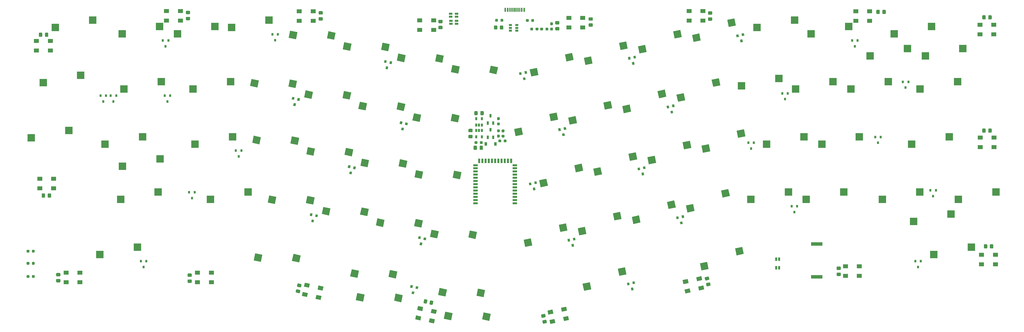
<source format=gbr>
%TF.GenerationSoftware,KiCad,Pcbnew,(5.1.10-1-10_14)*%
%TF.CreationDate,2021-06-03T00:35:35+07:00*%
%TF.ProjectId,geulis,6765756c-6973-42e6-9b69-6361645f7063,rev?*%
%TF.SameCoordinates,Original*%
%TF.FileFunction,Paste,Bot*%
%TF.FilePolarity,Positive*%
%FSLAX46Y46*%
G04 Gerber Fmt 4.6, Leading zero omitted, Abs format (unit mm)*
G04 Created by KiCad (PCBNEW (5.1.10-1-10_14)) date 2021-06-03 00:35:35*
%MOMM*%
%LPD*%
G01*
G04 APERTURE LIST*
%ADD10R,1.800000X1.400000*%
%ADD11C,0.100000*%
%ADD12R,1.143000X0.635000*%
%ADD13R,0.635000X1.143000*%
%ADD14R,2.550000X2.500000*%
%ADD15R,0.600000X1.450000*%
%ADD16R,0.300000X1.450000*%
%ADD17R,1.524000X0.700000*%
%ADD18R,0.700000X1.524000*%
%ADD19R,3.937800X1.290599*%
%ADD20R,0.900000X1.200000*%
%ADD21R,0.800000X0.900000*%
%ADD22R,0.650000X1.060000*%
%ADD23R,1.060000X0.650000*%
%ADD24R,0.650000X1.220000*%
G04 APERTURE END LIST*
D10*
%TO.C,D35*%
X73576492Y127847397D03*
X73576492Y124547397D03*
X78376492Y124547397D03*
X78376492Y127847397D03*
%TD*%
%TO.C,C21*%
G36*
G01*
X355650247Y87022405D02*
X355650247Y86072405D01*
G75*
G02*
X355400247Y85822405I-250000J0D01*
G01*
X354725247Y85822405D01*
G75*
G02*
X354475247Y86072405I0J250000D01*
G01*
X354475247Y87022405D01*
G75*
G02*
X354725247Y87272405I250000J0D01*
G01*
X355400247Y87272405D01*
G75*
G02*
X355650247Y87022405I0J-250000D01*
G01*
G37*
G36*
G01*
X357725247Y87022405D02*
X357725247Y86072405D01*
G75*
G02*
X357475247Y85822405I-250000J0D01*
G01*
X356800247Y85822405D01*
G75*
G02*
X356550247Y86072405I0J250000D01*
G01*
X356550247Y87022405D01*
G75*
G02*
X356800247Y87272405I250000J0D01*
G01*
X357475247Y87272405D01*
G75*
G02*
X357725247Y87022405I0J-250000D01*
G01*
G37*
%TD*%
%TO.C,D51*%
X28763993Y117509902D03*
X28763993Y114209902D03*
X33563993Y114209902D03*
X33563993Y117509902D03*
%TD*%
%TO.C,D50*%
X34700248Y66584901D03*
X34700248Y69884901D03*
X29900248Y69884901D03*
X29900248Y66584901D03*
%TD*%
%TO.C,D49*%
X43757465Y34178277D03*
X43757465Y37478277D03*
X38957465Y37478277D03*
X38957465Y34178277D03*
%TD*%
%TO.C,D48*%
X89001212Y34178278D03*
X89001212Y37478278D03*
X84201212Y37478278D03*
X84201212Y34178278D03*
%TD*%
D11*
%TO.C,D47*%
G36*
X125177168Y29824670D02*
G01*
X126937834Y29450429D01*
X126646758Y28081022D01*
X124886092Y28455263D01*
X125177168Y29824670D01*
G37*
G36*
X125863277Y33052557D02*
G01*
X127623943Y32678316D01*
X127332867Y31308909D01*
X125572201Y31683150D01*
X125863277Y33052557D01*
G37*
G36*
X121168168Y34050534D02*
G01*
X122928834Y33676293D01*
X122637758Y32306886D01*
X120877092Y32681127D01*
X121168168Y34050534D01*
G37*
G36*
X120482059Y30822647D02*
G01*
X122242725Y30448406D01*
X121951649Y29078999D01*
X120190983Y29453240D01*
X120482059Y30822647D01*
G37*
%TD*%
%TO.C,D46*%
G36*
X164196204Y21750048D02*
G01*
X165956870Y21375807D01*
X165665794Y20006400D01*
X163905128Y20380641D01*
X164196204Y21750048D01*
G37*
G36*
X164882313Y24977935D02*
G01*
X166642979Y24603694D01*
X166351903Y23234287D01*
X164591237Y23608528D01*
X164882313Y24977935D01*
G37*
G36*
X160187204Y25975912D02*
G01*
X161947870Y25601671D01*
X161656794Y24232264D01*
X159896128Y24606505D01*
X160187204Y25975912D01*
G37*
G36*
X159501095Y22748025D02*
G01*
X161261761Y22373784D01*
X160970685Y21004377D01*
X159210019Y21378618D01*
X159501095Y22748025D01*
G37*
%TD*%
%TO.C,D45*%
G36*
X210116233Y22155028D02*
G01*
X211876899Y22529269D01*
X212167975Y21159862D01*
X210407309Y20785621D01*
X210116233Y22155028D01*
G37*
G36*
X209430124Y25382915D02*
G01*
X211190790Y25757156D01*
X211481866Y24387749D01*
X209721200Y24013508D01*
X209430124Y25382915D01*
G37*
G36*
X204735015Y24384938D02*
G01*
X206495681Y24759179D01*
X206786757Y23389772D01*
X205026091Y23015531D01*
X204735015Y24384938D01*
G37*
G36*
X205421124Y21157051D02*
G01*
X207181790Y21531292D01*
X207472866Y20161885D01*
X205712200Y19787644D01*
X205421124Y21157051D01*
G37*
%TD*%
%TO.C,D44*%
G36*
X256666231Y32692525D02*
G01*
X258426897Y33066766D01*
X258717973Y31697359D01*
X256957307Y31323118D01*
X256666231Y32692525D01*
G37*
G36*
X255980122Y35920412D02*
G01*
X257740788Y36294653D01*
X258031864Y34925246D01*
X256271198Y34551005D01*
X255980122Y35920412D01*
G37*
G36*
X251285013Y34922435D02*
G01*
X253045679Y35296676D01*
X253336755Y33927269D01*
X251576089Y33553028D01*
X251285013Y34922435D01*
G37*
G36*
X251971122Y31694548D02*
G01*
X253731788Y32068789D01*
X254022864Y30699382D01*
X252262198Y30325141D01*
X251971122Y31694548D01*
G37*
%TD*%
D10*
%TO.C,D43*%
X312170246Y36422402D03*
X312170246Y39722402D03*
X307370246Y39722402D03*
X307370246Y36422402D03*
%TD*%
%TO.C,D42*%
X354201497Y43691147D03*
X354201497Y40391147D03*
X359001497Y40391147D03*
X359001497Y43691147D03*
%TD*%
%TO.C,D41*%
X353768995Y84172406D03*
X353768995Y80872406D03*
X358568995Y80872406D03*
X358568995Y84172406D03*
%TD*%
%TO.C,D40*%
X353662744Y123097404D03*
X353662744Y119797404D03*
X358462744Y119797404D03*
X358462744Y123097404D03*
%TD*%
%TO.C,D39*%
X310926490Y127722397D03*
X310926490Y124422397D03*
X315726490Y124422397D03*
X315726490Y127722397D03*
%TD*%
%TO.C,D38*%
X253501493Y127828647D03*
X253501493Y124528647D03*
X258301493Y124528647D03*
X258301493Y127828647D03*
%TD*%
%TO.C,D37*%
X212120244Y125447397D03*
X212120244Y122147397D03*
X216920244Y122147397D03*
X216920244Y125447397D03*
%TD*%
%TO.C,D36*%
X160770245Y124653657D03*
X160770245Y121353657D03*
X165570245Y121353657D03*
X165570245Y124653657D03*
%TD*%
%TO.C,D34*%
X119276492Y127747398D03*
X119276492Y124447398D03*
X124076492Y124447398D03*
X124076492Y127747398D03*
%TD*%
D12*
%TO.C,JP6*%
X173471494Y125862015D03*
X173471494Y126862775D03*
%TD*%
%TO.C,JP5*%
X171451490Y125862026D03*
X171451490Y126862786D03*
%TD*%
D13*
%TO.C,JP4*%
X283521112Y39202401D03*
X284521872Y39202401D03*
%TD*%
%TO.C,JP3*%
X283521112Y42122409D03*
X284521872Y42122409D03*
%TD*%
D12*
%TO.C,JP2*%
X173462747Y124447405D03*
X173462747Y123446645D03*
%TD*%
%TO.C,JP1*%
X171462742Y124448160D03*
X171462742Y123447400D03*
%TD*%
D14*
%TO.C,SW55_2*%
X330824495Y55217400D03*
X343751495Y57757400D03*
%TD*%
D15*
%TO.C,J2*%
X196721496Y128222402D03*
X195921496Y128222402D03*
X191021496Y128222402D03*
X190221496Y128222402D03*
X190221496Y128222402D03*
X191021496Y128222402D03*
X195921496Y128222402D03*
X196721496Y128222402D03*
D16*
X191721496Y128222402D03*
X192221496Y128222402D03*
X192721496Y128222402D03*
X193721496Y128222402D03*
X194221496Y128222402D03*
X194721496Y128222402D03*
X195221496Y128222402D03*
X193221496Y128222402D03*
%TD*%
D17*
%TO.C,U1*%
X193488993Y61422404D03*
X193488993Y62522404D03*
X193488993Y63622404D03*
X193488993Y64722404D03*
X193488993Y65822404D03*
X193488993Y66922404D03*
X193488993Y68022404D03*
X193488993Y69122404D03*
X193488993Y70222404D03*
X193488993Y71322404D03*
X193488993Y72422404D03*
X193488993Y73522404D03*
X193488993Y74622404D03*
D18*
X192238993Y76122404D03*
X191138993Y76122404D03*
X190038993Y76122404D03*
X188938993Y76122404D03*
X187838993Y76122404D03*
X186738993Y76122404D03*
X185638993Y76122404D03*
X184538993Y76122404D03*
X183438993Y76122404D03*
X182338993Y76122404D03*
X181238993Y76122404D03*
D17*
X179988993Y74622404D03*
X179988993Y73522404D03*
X179988993Y72422404D03*
X179988993Y71322404D03*
X179988993Y70222404D03*
X179988993Y69122404D03*
X179988993Y68022404D03*
X179988993Y66922404D03*
X179988993Y65822404D03*
X179988993Y64722404D03*
X179988993Y63622404D03*
X179988993Y62522404D03*
X179988993Y61422404D03*
%TD*%
%TO.C,R13*%
G36*
G01*
X204075246Y121384894D02*
X204075246Y121859894D01*
G75*
G02*
X204312746Y122097394I237500J0D01*
G01*
X204812746Y122097394D01*
G75*
G02*
X205050246Y121859894I0J-237500D01*
G01*
X205050246Y121384894D01*
G75*
G02*
X204812746Y121147394I-237500J0D01*
G01*
X204312746Y121147394D01*
G75*
G02*
X204075246Y121384894I0J237500D01*
G01*
G37*
G36*
G01*
X202250246Y121384894D02*
X202250246Y121859894D01*
G75*
G02*
X202487746Y122097394I237500J0D01*
G01*
X202987746Y122097394D01*
G75*
G02*
X203225246Y121859894I0J-237500D01*
G01*
X203225246Y121384894D01*
G75*
G02*
X202987746Y121147394I-237500J0D01*
G01*
X202487746Y121147394D01*
G75*
G02*
X202250246Y121384894I0J237500D01*
G01*
G37*
%TD*%
%TO.C,R12*%
G36*
G01*
X199813995Y121859894D02*
X199813995Y121384894D01*
G75*
G02*
X199576495Y121147394I-237500J0D01*
G01*
X199076495Y121147394D01*
G75*
G02*
X198838995Y121384894I0J237500D01*
G01*
X198838995Y121859894D01*
G75*
G02*
X199076495Y122097394I237500J0D01*
G01*
X199576495Y122097394D01*
G75*
G02*
X199813995Y121859894I0J-237500D01*
G01*
G37*
G36*
G01*
X201638995Y121859894D02*
X201638995Y121384894D01*
G75*
G02*
X201401495Y121147394I-237500J0D01*
G01*
X200901495Y121147394D01*
G75*
G02*
X200663995Y121384894I0J237500D01*
G01*
X200663995Y121859894D01*
G75*
G02*
X200901495Y122097394I237500J0D01*
G01*
X201401495Y122097394D01*
G75*
G02*
X201638995Y121859894I0J-237500D01*
G01*
G37*
%TD*%
%TO.C,R11*%
G36*
G01*
X206400248Y122947402D02*
X205925248Y122947402D01*
G75*
G02*
X205687748Y123184902I0J237500D01*
G01*
X205687748Y123684902D01*
G75*
G02*
X205925248Y123922402I237500J0D01*
G01*
X206400248Y123922402D01*
G75*
G02*
X206637748Y123684902I0J-237500D01*
G01*
X206637748Y123184902D01*
G75*
G02*
X206400248Y122947402I-237500J0D01*
G01*
G37*
G36*
G01*
X206400248Y121122402D02*
X205925248Y121122402D01*
G75*
G02*
X205687748Y121359902I0J237500D01*
G01*
X205687748Y121859902D01*
G75*
G02*
X205925248Y122097402I237500J0D01*
G01*
X206400248Y122097402D01*
G75*
G02*
X206637748Y121859902I0J-237500D01*
G01*
X206637748Y121359902D01*
G75*
G02*
X206400248Y121122402I-237500J0D01*
G01*
G37*
%TD*%
%TO.C,R1*%
G36*
G01*
X27204257Y35934168D02*
X27204257Y36409168D01*
G75*
G02*
X27441757Y36646668I237500J0D01*
G01*
X27941757Y36646668D01*
G75*
G02*
X28179257Y36409168I0J-237500D01*
G01*
X28179257Y35934168D01*
G75*
G02*
X27941757Y35696668I-237500J0D01*
G01*
X27441757Y35696668D01*
G75*
G02*
X27204257Y35934168I0J237500D01*
G01*
G37*
G36*
G01*
X25379257Y35934168D02*
X25379257Y36409168D01*
G75*
G02*
X25616757Y36646668I237500J0D01*
G01*
X26116757Y36646668D01*
G75*
G02*
X26354257Y36409168I0J-237500D01*
G01*
X26354257Y35934168D01*
G75*
G02*
X26116757Y35696668I-237500J0D01*
G01*
X25616757Y35696668D01*
G75*
G02*
X25379257Y35934168I0J237500D01*
G01*
G37*
%TD*%
%TO.C,C87*%
G36*
G01*
X208626489Y123209903D02*
X207676489Y123209903D01*
G75*
G02*
X207426489Y123459903I0J250000D01*
G01*
X207426489Y124134903D01*
G75*
G02*
X207676489Y124384903I250000J0D01*
G01*
X208626489Y124384903D01*
G75*
G02*
X208876489Y124134903I0J-250000D01*
G01*
X208876489Y123459903D01*
G75*
G02*
X208626489Y123209903I-250000J0D01*
G01*
G37*
G36*
G01*
X208626489Y121134903D02*
X207676489Y121134903D01*
G75*
G02*
X207426489Y121384903I0J250000D01*
G01*
X207426489Y122059903D01*
G75*
G02*
X207676489Y122309903I250000J0D01*
G01*
X208626489Y122309903D01*
G75*
G02*
X208876489Y122059903I0J-250000D01*
G01*
X208876489Y121384903D01*
G75*
G02*
X208626489Y121134903I-250000J0D01*
G01*
G37*
%TD*%
D19*
%TO.C,BZ1*%
X297451496Y47371505D03*
X297451496Y36073305D03*
%TD*%
D20*
%TO.C,D52*%
X186801495Y81972397D03*
X183501495Y81972397D03*
%TD*%
D11*
%TO.C,SW63*%
G36*
X229467391Y36383233D02*
G01*
X228947612Y38828602D01*
X231441889Y39358777D01*
X231961668Y36913408D01*
X229467391Y36383233D01*
G37*
G36*
X217350973Y31211064D02*
G01*
X216831194Y33656433D01*
X219325471Y34186608D01*
X219845250Y31741239D01*
X217350973Y31211064D01*
G37*
%TD*%
%TO.C,R10*%
G36*
G01*
X181463996Y82184901D02*
X181463996Y82659901D01*
G75*
G02*
X181701496Y82897401I237500J0D01*
G01*
X182201496Y82897401D01*
G75*
G02*
X182438996Y82659901I0J-237500D01*
G01*
X182438996Y82184901D01*
G75*
G02*
X182201496Y81947401I-237500J0D01*
G01*
X181701496Y81947401D01*
G75*
G02*
X181463996Y82184901I0J237500D01*
G01*
G37*
G36*
G01*
X179638996Y82184901D02*
X179638996Y82659901D01*
G75*
G02*
X179876496Y82897401I237500J0D01*
G01*
X180376496Y82897401D01*
G75*
G02*
X180613996Y82659901I0J-237500D01*
G01*
X180613996Y82184901D01*
G75*
G02*
X180376496Y81947401I-237500J0D01*
G01*
X179876496Y81947401D01*
G75*
G02*
X179638996Y82184901I0J237500D01*
G01*
G37*
%TD*%
%TO.C,R9*%
G36*
G01*
X27188997Y44684902D02*
X27188997Y45159902D01*
G75*
G02*
X27426497Y45397402I237500J0D01*
G01*
X27926497Y45397402D01*
G75*
G02*
X28163997Y45159902I0J-237500D01*
G01*
X28163997Y44684902D01*
G75*
G02*
X27926497Y44447402I-237500J0D01*
G01*
X27426497Y44447402D01*
G75*
G02*
X27188997Y44684902I0J237500D01*
G01*
G37*
G36*
G01*
X25363997Y44684902D02*
X25363997Y45159902D01*
G75*
G02*
X25601497Y45397402I237500J0D01*
G01*
X26101497Y45397402D01*
G75*
G02*
X26338997Y45159902I0J-237500D01*
G01*
X26338997Y44684902D01*
G75*
G02*
X26101497Y44447402I-237500J0D01*
G01*
X25601497Y44447402D01*
G75*
G02*
X25363997Y44684902I0J237500D01*
G01*
G37*
%TD*%
%TO.C,R8*%
G36*
G01*
X26338993Y40959899D02*
X26338993Y40484899D01*
G75*
G02*
X26101493Y40247399I-237500J0D01*
G01*
X25601493Y40247399D01*
G75*
G02*
X25363993Y40484899I0J237500D01*
G01*
X25363993Y40959899D01*
G75*
G02*
X25601493Y41197399I237500J0D01*
G01*
X26101493Y41197399D01*
G75*
G02*
X26338993Y40959899I0J-237500D01*
G01*
G37*
G36*
G01*
X28163993Y40959899D02*
X28163993Y40484899D01*
G75*
G02*
X27926493Y40247399I-237500J0D01*
G01*
X27426493Y40247399D01*
G75*
G02*
X27188993Y40484899I0J237500D01*
G01*
X27188993Y40959899D01*
G75*
G02*
X27426493Y41197399I237500J0D01*
G01*
X27926493Y41197399D01*
G75*
G02*
X28163993Y40959899I0J-237500D01*
G01*
G37*
%TD*%
%TO.C,R7*%
G36*
G01*
X198306498Y124829909D02*
X198306498Y124354909D01*
G75*
G02*
X198068998Y124117409I-237500J0D01*
G01*
X197568998Y124117409D01*
G75*
G02*
X197331498Y124354909I0J237500D01*
G01*
X197331498Y124829909D01*
G75*
G02*
X197568998Y125067409I237500J0D01*
G01*
X198068998Y125067409D01*
G75*
G02*
X198306498Y124829909I0J-237500D01*
G01*
G37*
G36*
G01*
X200131498Y124829909D02*
X200131498Y124354909D01*
G75*
G02*
X199893998Y124117409I-237500J0D01*
G01*
X199393998Y124117409D01*
G75*
G02*
X199156498Y124354909I0J237500D01*
G01*
X199156498Y124829909D01*
G75*
G02*
X199393998Y125067409I237500J0D01*
G01*
X199893998Y125067409D01*
G75*
G02*
X200131498Y124829909I0J-237500D01*
G01*
G37*
%TD*%
%TO.C,R6*%
G36*
G01*
X188561491Y124404898D02*
X188561491Y124879898D01*
G75*
G02*
X188798991Y125117398I237500J0D01*
G01*
X189298991Y125117398D01*
G75*
G02*
X189536491Y124879898I0J-237500D01*
G01*
X189536491Y124404898D01*
G75*
G02*
X189298991Y124167398I-237500J0D01*
G01*
X188798991Y124167398D01*
G75*
G02*
X188561491Y124404898I0J237500D01*
G01*
G37*
G36*
G01*
X186736491Y124404898D02*
X186736491Y124879898D01*
G75*
G02*
X186973991Y125117398I237500J0D01*
G01*
X187473991Y125117398D01*
G75*
G02*
X187711491Y124879898I0J-237500D01*
G01*
X187711491Y124404898D01*
G75*
G02*
X187473991Y124167398I-237500J0D01*
G01*
X186973991Y124167398D01*
G75*
G02*
X186736491Y124404898I0J237500D01*
G01*
G37*
%TD*%
%TO.C,R5*%
G36*
G01*
X188088990Y90197394D02*
X187613990Y90197394D01*
G75*
G02*
X187376490Y90434894I0J237500D01*
G01*
X187376490Y90934894D01*
G75*
G02*
X187613990Y91172394I237500J0D01*
G01*
X188088990Y91172394D01*
G75*
G02*
X188326490Y90934894I0J-237500D01*
G01*
X188326490Y90434894D01*
G75*
G02*
X188088990Y90197394I-237500J0D01*
G01*
G37*
G36*
G01*
X188088990Y88372394D02*
X187613990Y88372394D01*
G75*
G02*
X187376490Y88609894I0J237500D01*
G01*
X187376490Y89109894D01*
G75*
G02*
X187613990Y89347394I237500J0D01*
G01*
X188088990Y89347394D01*
G75*
G02*
X188326490Y89109894I0J-237500D01*
G01*
X188326490Y88609894D01*
G75*
G02*
X188088990Y88372394I-237500J0D01*
G01*
G37*
%TD*%
%TO.C,R4*%
G36*
G01*
X189213994Y85116151D02*
X189688994Y85116151D01*
G75*
G02*
X189926494Y84878651I0J-237500D01*
G01*
X189926494Y84378651D01*
G75*
G02*
X189688994Y84141151I-237500J0D01*
G01*
X189213994Y84141151D01*
G75*
G02*
X188976494Y84378651I0J237500D01*
G01*
X188976494Y84878651D01*
G75*
G02*
X189213994Y85116151I237500J0D01*
G01*
G37*
G36*
G01*
X189213994Y86941151D02*
X189688994Y86941151D01*
G75*
G02*
X189926494Y86703651I0J-237500D01*
G01*
X189926494Y86203651D01*
G75*
G02*
X189688994Y85966151I-237500J0D01*
G01*
X189213994Y85966151D01*
G75*
G02*
X188976494Y86203651I0J237500D01*
G01*
X188976494Y86703651D01*
G75*
G02*
X189213994Y86941151I237500J0D01*
G01*
G37*
%TD*%
%TO.C,R3*%
G36*
G01*
X187613992Y85147397D02*
X188088992Y85147397D01*
G75*
G02*
X188326492Y84909897I0J-237500D01*
G01*
X188326492Y84409897D01*
G75*
G02*
X188088992Y84172397I-237500J0D01*
G01*
X187613992Y84172397D01*
G75*
G02*
X187376492Y84409897I0J237500D01*
G01*
X187376492Y84909897D01*
G75*
G02*
X187613992Y85147397I237500J0D01*
G01*
G37*
G36*
G01*
X187613992Y86972397D02*
X188088992Y86972397D01*
G75*
G02*
X188326492Y86734897I0J-237500D01*
G01*
X188326492Y86234897D01*
G75*
G02*
X188088992Y85997397I-237500J0D01*
G01*
X187613992Y85997397D01*
G75*
G02*
X187376492Y86234897I0J237500D01*
G01*
X187376492Y86734897D01*
G75*
G02*
X187613992Y86972397I237500J0D01*
G01*
G37*
%TD*%
%TO.C,R2*%
G36*
G01*
X189676491Y82734897D02*
X189676491Y83209897D01*
G75*
G02*
X189913991Y83447397I237500J0D01*
G01*
X190413991Y83447397D01*
G75*
G02*
X190651491Y83209897I0J-237500D01*
G01*
X190651491Y82734897D01*
G75*
G02*
X190413991Y82497397I-237500J0D01*
G01*
X189913991Y82497397D01*
G75*
G02*
X189676491Y82734897I0J237500D01*
G01*
G37*
G36*
G01*
X187851491Y82734897D02*
X187851491Y83209897D01*
G75*
G02*
X188088991Y83447397I237500J0D01*
G01*
X188588991Y83447397D01*
G75*
G02*
X188826491Y83209897I0J-237500D01*
G01*
X188826491Y82734897D01*
G75*
G02*
X188588991Y82497397I-237500J0D01*
G01*
X188088991Y82497397D01*
G75*
G02*
X187851491Y82734897I0J237500D01*
G01*
G37*
%TD*%
%TO.C,C20*%
G36*
G01*
X177776497Y85091148D02*
X178726497Y85091148D01*
G75*
G02*
X178976497Y84841148I0J-250000D01*
G01*
X178976497Y84166148D01*
G75*
G02*
X178726497Y83916148I-250000J0D01*
G01*
X177776497Y83916148D01*
G75*
G02*
X177526497Y84166148I0J250000D01*
G01*
X177526497Y84841148D01*
G75*
G02*
X177776497Y85091148I250000J0D01*
G01*
G37*
G36*
G01*
X177776497Y87166148D02*
X178726497Y87166148D01*
G75*
G02*
X178976497Y86916148I0J-250000D01*
G01*
X178976497Y86241148D01*
G75*
G02*
X178726497Y85991148I-250000J0D01*
G01*
X177776497Y85991148D01*
G75*
G02*
X177526497Y86241148I0J250000D01*
G01*
X177526497Y86916148D01*
G75*
G02*
X177776497Y87166148I250000J0D01*
G01*
G37*
%TD*%
%TO.C,C19*%
G36*
G01*
X180732739Y93047395D02*
X180732739Y92097395D01*
G75*
G02*
X180482739Y91847395I-250000J0D01*
G01*
X179807739Y91847395D01*
G75*
G02*
X179557739Y92097395I0J250000D01*
G01*
X179557739Y93047395D01*
G75*
G02*
X179807739Y93297395I250000J0D01*
G01*
X180482739Y93297395D01*
G75*
G02*
X180732739Y93047395I0J-250000D01*
G01*
G37*
G36*
G01*
X182807739Y93047395D02*
X182807739Y92097395D01*
G75*
G02*
X182557739Y91847395I-250000J0D01*
G01*
X181882739Y91847395D01*
G75*
G02*
X181632739Y92097395I0J250000D01*
G01*
X181632739Y93047395D01*
G75*
G02*
X181882739Y93297395I250000J0D01*
G01*
X182557739Y93297395D01*
G75*
G02*
X182807739Y93047395I0J-250000D01*
G01*
G37*
%TD*%
%TO.C,C18*%
G36*
G01*
X180463994Y81097399D02*
X180463994Y80147399D01*
G75*
G02*
X180213994Y79897399I-250000J0D01*
G01*
X179538994Y79897399D01*
G75*
G02*
X179288994Y80147399I0J250000D01*
G01*
X179288994Y81097399D01*
G75*
G02*
X179538994Y81347399I250000J0D01*
G01*
X180213994Y81347399D01*
G75*
G02*
X180463994Y81097399I0J-250000D01*
G01*
G37*
G36*
G01*
X182538994Y81097399D02*
X182538994Y80147399D01*
G75*
G02*
X182288994Y79897399I-250000J0D01*
G01*
X181613994Y79897399D01*
G75*
G02*
X181363994Y80147399I0J250000D01*
G01*
X181363994Y81097399D01*
G75*
G02*
X181613994Y81347399I250000J0D01*
G01*
X182288994Y81347399D01*
G75*
G02*
X182538994Y81097399I0J-250000D01*
G01*
G37*
%TD*%
%TO.C,C17*%
G36*
G01*
X164104155Y26789222D02*
X164301671Y27718462D01*
G75*
G02*
X164598186Y27911021I244537J-51978D01*
G01*
X165258436Y27770681D01*
G75*
G02*
X165450995Y27474166I-51978J-244537D01*
G01*
X165253479Y26544926D01*
G75*
G02*
X164956964Y26352367I-244537J51978D01*
G01*
X164296714Y26492707D01*
G75*
G02*
X164104155Y26789222I51978J244537D01*
G01*
G37*
G36*
G01*
X162074499Y27220638D02*
X162272015Y28149878D01*
G75*
G02*
X162568530Y28342437I244537J-51978D01*
G01*
X163228780Y28202097D01*
G75*
G02*
X163421339Y27905582I-51978J-244537D01*
G01*
X163223823Y26976342D01*
G75*
G02*
X162927308Y26783783I-244537J51978D01*
G01*
X162267058Y26924123D01*
G75*
G02*
X162074499Y27220638I51978J244537D01*
G01*
G37*
%TD*%
%TO.C,C16*%
G36*
G01*
X31675240Y119172402D02*
X31675240Y120122402D01*
G75*
G02*
X31925240Y120372402I250000J0D01*
G01*
X32600240Y120372402D01*
G75*
G02*
X32850240Y120122402I0J-250000D01*
G01*
X32850240Y119172402D01*
G75*
G02*
X32600240Y118922402I-250000J0D01*
G01*
X31925240Y118922402D01*
G75*
G02*
X31675240Y119172402I0J250000D01*
G01*
G37*
G36*
G01*
X29600240Y119172402D02*
X29600240Y120122402D01*
G75*
G02*
X29850240Y120372402I250000J0D01*
G01*
X30525240Y120372402D01*
G75*
G02*
X30775240Y120122402I0J-250000D01*
G01*
X30775240Y119172402D01*
G75*
G02*
X30525240Y118922402I-250000J0D01*
G01*
X29850240Y118922402D01*
G75*
G02*
X29600240Y119172402I0J250000D01*
G01*
G37*
%TD*%
%TO.C,C15*%
G36*
G01*
X219166497Y123591154D02*
X220116497Y123591154D01*
G75*
G02*
X220366497Y123341154I0J-250000D01*
G01*
X220366497Y122666154D01*
G75*
G02*
X220116497Y122416154I-250000J0D01*
G01*
X219166497Y122416154D01*
G75*
G02*
X218916497Y122666154I0J250000D01*
G01*
X218916497Y123341154D01*
G75*
G02*
X219166497Y123591154I250000J0D01*
G01*
G37*
G36*
G01*
X219166497Y125666154D02*
X220116497Y125666154D01*
G75*
G02*
X220366497Y125416154I0J-250000D01*
G01*
X220366497Y124741154D01*
G75*
G02*
X220116497Y124491154I-250000J0D01*
G01*
X219166497Y124491154D01*
G75*
G02*
X218916497Y124741154I0J250000D01*
G01*
X218916497Y125416154D01*
G75*
G02*
X219166497Y125666154I250000J0D01*
G01*
G37*
%TD*%
%TO.C,C14*%
G36*
G01*
X305526493Y38422401D02*
X304576493Y38422401D01*
G75*
G02*
X304326493Y38672401I0J250000D01*
G01*
X304326493Y39347401D01*
G75*
G02*
X304576493Y39597401I250000J0D01*
G01*
X305526493Y39597401D01*
G75*
G02*
X305776493Y39347401I0J-250000D01*
G01*
X305776493Y38672401D01*
G75*
G02*
X305526493Y38422401I-250000J0D01*
G01*
G37*
G36*
G01*
X305526493Y36347401D02*
X304576493Y36347401D01*
G75*
G02*
X304326493Y36597401I0J250000D01*
G01*
X304326493Y37272401D01*
G75*
G02*
X304576493Y37522401I250000J0D01*
G01*
X305526493Y37522401D01*
G75*
G02*
X305776493Y37272401I0J-250000D01*
G01*
X305776493Y36597401D01*
G75*
G02*
X305526493Y36347401I-250000J0D01*
G01*
G37*
%TD*%
%TO.C,C13*%
G36*
G01*
X260287744Y125659903D02*
X261237744Y125659903D01*
G75*
G02*
X261487744Y125409903I0J-250000D01*
G01*
X261487744Y124734903D01*
G75*
G02*
X261237744Y124484903I-250000J0D01*
G01*
X260287744Y124484903D01*
G75*
G02*
X260037744Y124734903I0J250000D01*
G01*
X260037744Y125409903D01*
G75*
G02*
X260287744Y125659903I250000J0D01*
G01*
G37*
G36*
G01*
X260287744Y127734903D02*
X261237744Y127734903D01*
G75*
G02*
X261487744Y127484903I0J-250000D01*
G01*
X261487744Y126809903D01*
G75*
G02*
X261237744Y126559903I-250000J0D01*
G01*
X260287744Y126559903D01*
G75*
G02*
X260037744Y126809903I0J250000D01*
G01*
X260037744Y127484903D01*
G75*
G02*
X260287744Y127734903I250000J0D01*
G01*
G37*
%TD*%
%TO.C,C12*%
G36*
G01*
X81437744Y126734901D02*
X80487744Y126734901D01*
G75*
G02*
X80237744Y126984901I0J250000D01*
G01*
X80237744Y127659901D01*
G75*
G02*
X80487744Y127909901I250000J0D01*
G01*
X81437744Y127909901D01*
G75*
G02*
X81687744Y127659901I0J-250000D01*
G01*
X81687744Y126984901D01*
G75*
G02*
X81437744Y126734901I-250000J0D01*
G01*
G37*
G36*
G01*
X81437744Y124659901D02*
X80487744Y124659901D01*
G75*
G02*
X80237744Y124909901I0J250000D01*
G01*
X80237744Y125584901D01*
G75*
G02*
X80487744Y125834901I250000J0D01*
G01*
X81437744Y125834901D01*
G75*
G02*
X81687744Y125584901I0J-250000D01*
G01*
X81687744Y124909901D01*
G75*
G02*
X81437744Y124659901I-250000J0D01*
G01*
G37*
%TD*%
%TO.C,C11*%
G36*
G01*
X35812744Y35322398D02*
X36762744Y35322398D01*
G75*
G02*
X37012744Y35072398I0J-250000D01*
G01*
X37012744Y34397398D01*
G75*
G02*
X36762744Y34147398I-250000J0D01*
G01*
X35812744Y34147398D01*
G75*
G02*
X35562744Y34397398I0J250000D01*
G01*
X35562744Y35072398D01*
G75*
G02*
X35812744Y35322398I250000J0D01*
G01*
G37*
G36*
G01*
X35812744Y37397398D02*
X36762744Y37397398D01*
G75*
G02*
X37012744Y37147398I0J-250000D01*
G01*
X37012744Y36472398D01*
G75*
G02*
X36762744Y36222398I-250000J0D01*
G01*
X35812744Y36222398D01*
G75*
G02*
X35562744Y36472398I0J250000D01*
G01*
X35562744Y37147398D01*
G75*
G02*
X35812744Y37397398I250000J0D01*
G01*
G37*
%TD*%
%TO.C,C10*%
G36*
G01*
X82006496Y36041153D02*
X81056496Y36041153D01*
G75*
G02*
X80806496Y36291153I0J250000D01*
G01*
X80806496Y36966153D01*
G75*
G02*
X81056496Y37216153I250000J0D01*
G01*
X82006496Y37216153D01*
G75*
G02*
X82256496Y36966153I0J-250000D01*
G01*
X82256496Y36291153D01*
G75*
G02*
X82006496Y36041153I-250000J0D01*
G01*
G37*
G36*
G01*
X82006496Y33966153D02*
X81056496Y33966153D01*
G75*
G02*
X80806496Y34216153I0J250000D01*
G01*
X80806496Y34891153D01*
G75*
G02*
X81056496Y35141153I250000J0D01*
G01*
X82006496Y35141153D01*
G75*
G02*
X82256496Y34891153I0J-250000D01*
G01*
X82256496Y34216153D01*
G75*
G02*
X82006496Y33966153I-250000J0D01*
G01*
G37*
%TD*%
%TO.C,C9*%
G36*
G01*
X260280599Y35007409D02*
X259351359Y34809893D01*
G75*
G02*
X259054844Y35002452I-51978J244537D01*
G01*
X258914504Y35662702D01*
G75*
G02*
X259107063Y35959217I244537J51978D01*
G01*
X260036303Y36156733D01*
G75*
G02*
X260332818Y35964174I51978J-244537D01*
G01*
X260473158Y35303924D01*
G75*
G02*
X260280599Y35007409I-244537J-51978D01*
G01*
G37*
G36*
G01*
X260712015Y32977753D02*
X259782775Y32780237D01*
G75*
G02*
X259486260Y32972796I-51978J244537D01*
G01*
X259345920Y33633046D01*
G75*
G02*
X259538479Y33929561I244537J51978D01*
G01*
X260467719Y34127077D01*
G75*
G02*
X260764234Y33934518I51978J-244537D01*
G01*
X260904574Y33274268D01*
G75*
G02*
X260712015Y32977753I-244537J-51978D01*
G01*
G37*
%TD*%
%TO.C,C8*%
G36*
G01*
X31750243Y64622401D02*
X31750243Y63672401D01*
G75*
G02*
X31500243Y63422401I-250000J0D01*
G01*
X30825243Y63422401D01*
G75*
G02*
X30575243Y63672401I0J250000D01*
G01*
X30575243Y64622401D01*
G75*
G02*
X30825243Y64872401I250000J0D01*
G01*
X31500243Y64872401D01*
G75*
G02*
X31750243Y64622401I0J-250000D01*
G01*
G37*
G36*
G01*
X33825243Y64622401D02*
X33825243Y63672401D01*
G75*
G02*
X33575243Y63422401I-250000J0D01*
G01*
X32900243Y63422401D01*
G75*
G02*
X32650243Y63672401I0J250000D01*
G01*
X32650243Y64622401D01*
G75*
G02*
X32900243Y64872401I250000J0D01*
G01*
X33575243Y64872401D01*
G75*
G02*
X33825243Y64622401I0J-250000D01*
G01*
G37*
%TD*%
%TO.C,C7*%
G36*
G01*
X356201490Y47047397D02*
X356201490Y46097397D01*
G75*
G02*
X355951490Y45847397I-250000J0D01*
G01*
X355276490Y45847397D01*
G75*
G02*
X355026490Y46097397I0J250000D01*
G01*
X355026490Y47047397D01*
G75*
G02*
X355276490Y47297397I250000J0D01*
G01*
X355951490Y47297397D01*
G75*
G02*
X356201490Y47047397I0J-250000D01*
G01*
G37*
G36*
G01*
X358276490Y47047397D02*
X358276490Y46097397D01*
G75*
G02*
X358026490Y45847397I-250000J0D01*
G01*
X357351490Y45847397D01*
G75*
G02*
X357101490Y46097397I0J250000D01*
G01*
X357101490Y47047397D01*
G75*
G02*
X357351490Y47297397I250000J0D01*
G01*
X358026490Y47297397D01*
G75*
G02*
X358276490Y47047397I0J-250000D01*
G01*
G37*
%TD*%
%TO.C,C6*%
G36*
G01*
X319175245Y128022402D02*
X319175245Y127072402D01*
G75*
G02*
X318925245Y126822402I-250000J0D01*
G01*
X318250245Y126822402D01*
G75*
G02*
X318000245Y127072402I0J250000D01*
G01*
X318000245Y128022402D01*
G75*
G02*
X318250245Y128272402I250000J0D01*
G01*
X318925245Y128272402D01*
G75*
G02*
X319175245Y128022402I0J-250000D01*
G01*
G37*
G36*
G01*
X321250245Y128022402D02*
X321250245Y127072402D01*
G75*
G02*
X321000245Y126822402I-250000J0D01*
G01*
X320325245Y126822402D01*
G75*
G02*
X320075245Y127072402I0J250000D01*
G01*
X320075245Y128022402D01*
G75*
G02*
X320325245Y128272402I250000J0D01*
G01*
X321000245Y128272402D01*
G75*
G02*
X321250245Y128022402I0J-250000D01*
G01*
G37*
%TD*%
%TO.C,C5*%
G36*
G01*
X167426495Y122722396D02*
X168376495Y122722396D01*
G75*
G02*
X168626495Y122472396I0J-250000D01*
G01*
X168626495Y121797396D01*
G75*
G02*
X168376495Y121547396I-250000J0D01*
G01*
X167426495Y121547396D01*
G75*
G02*
X167176495Y121797396I0J250000D01*
G01*
X167176495Y122472396D01*
G75*
G02*
X167426495Y122722396I250000J0D01*
G01*
G37*
G36*
G01*
X167426495Y124797396D02*
X168376495Y124797396D01*
G75*
G02*
X168626495Y124547396I0J-250000D01*
G01*
X168626495Y123872396D01*
G75*
G02*
X168376495Y123622396I-250000J0D01*
G01*
X167426495Y123622396D01*
G75*
G02*
X167176495Y123872396I0J250000D01*
G01*
X167176495Y124547396D01*
G75*
G02*
X167426495Y124797396I250000J0D01*
G01*
G37*
%TD*%
%TO.C,C4*%
G36*
G01*
X127126495Y126622400D02*
X126176495Y126622400D01*
G75*
G02*
X125926495Y126872400I0J250000D01*
G01*
X125926495Y127547400D01*
G75*
G02*
X126176495Y127797400I250000J0D01*
G01*
X127126495Y127797400D01*
G75*
G02*
X127376495Y127547400I0J-250000D01*
G01*
X127376495Y126872400D01*
G75*
G02*
X127126495Y126622400I-250000J0D01*
G01*
G37*
G36*
G01*
X127126495Y124547400D02*
X126176495Y124547400D01*
G75*
G02*
X125926495Y124797400I0J250000D01*
G01*
X125926495Y125472400D01*
G75*
G02*
X126176495Y125722400I250000J0D01*
G01*
X127126495Y125722400D01*
G75*
G02*
X127376495Y125472400I0J-250000D01*
G01*
X127376495Y124797400D01*
G75*
G02*
X127126495Y124547400I-250000J0D01*
G01*
G37*
%TD*%
%TO.C,C3*%
G36*
G01*
X203924345Y22111324D02*
X202995105Y21913808D01*
G75*
G02*
X202698590Y22106367I-51978J244537D01*
G01*
X202558250Y22766617D01*
G75*
G02*
X202750809Y23063132I244537J51978D01*
G01*
X203680049Y23260648D01*
G75*
G02*
X203976564Y23068089I51978J-244537D01*
G01*
X204116904Y22407839D01*
G75*
G02*
X203924345Y22111324I-244537J-51978D01*
G01*
G37*
G36*
G01*
X204355761Y20081668D02*
X203426521Y19884152D01*
G75*
G02*
X203130006Y20076711I-51978J244537D01*
G01*
X202989666Y20736961D01*
G75*
G02*
X203182225Y21033476I244537J51978D01*
G01*
X204111465Y21230992D01*
G75*
G02*
X204407980Y21038433I51978J-244537D01*
G01*
X204548320Y20378183D01*
G75*
G02*
X204355761Y20081668I-244537J-51978D01*
G01*
G37*
%TD*%
%TO.C,C2*%
G36*
G01*
X118495274Y31745825D02*
X119424514Y31548309D01*
G75*
G02*
X119617073Y31251794I-51978J-244537D01*
G01*
X119476733Y30591544D01*
G75*
G02*
X119180218Y30398985I-244537J51978D01*
G01*
X118250978Y30596501D01*
G75*
G02*
X118058419Y30893016I51978J244537D01*
G01*
X118198759Y31553266D01*
G75*
G02*
X118495274Y31745825I244537J-51978D01*
G01*
G37*
G36*
G01*
X118926690Y33775481D02*
X119855930Y33577965D01*
G75*
G02*
X120048489Y33281450I-51978J-244537D01*
G01*
X119908149Y32621200D01*
G75*
G02*
X119611634Y32428641I-244537J51978D01*
G01*
X118682394Y32626157D01*
G75*
G02*
X118489835Y32922672I51978J244537D01*
G01*
X118630175Y33582922D01*
G75*
G02*
X118926690Y33775481I244537J-51978D01*
G01*
G37*
%TD*%
%TO.C,C1*%
G36*
G01*
X356550243Y125172408D02*
X356550243Y126122408D01*
G75*
G02*
X356800243Y126372408I250000J0D01*
G01*
X357475243Y126372408D01*
G75*
G02*
X357725243Y126122408I0J-250000D01*
G01*
X357725243Y125172408D01*
G75*
G02*
X357475243Y124922408I-250000J0D01*
G01*
X356800243Y124922408D01*
G75*
G02*
X356550243Y125172408I0J250000D01*
G01*
G37*
G36*
G01*
X354475243Y125172408D02*
X354475243Y126122408D01*
G75*
G02*
X354725243Y126372408I250000J0D01*
G01*
X355400243Y126372408D01*
G75*
G02*
X355650243Y126122408I0J-250000D01*
G01*
X355650243Y125172408D01*
G75*
G02*
X355400243Y124922408I-250000J0D01*
G01*
X354725243Y124922408D01*
G75*
G02*
X354475243Y125172408I0J250000D01*
G01*
G37*
%TD*%
D14*
%TO.C,SW40*%
X293098492Y84427400D03*
X280171492Y81887400D03*
%TD*%
D11*
%TO.C,SW10*%
G36*
X248533685Y118342524D02*
G01*
X248013906Y120787893D01*
X250508183Y121318068D01*
X251027962Y118872699D01*
X248533685Y118342524D01*
G37*
G36*
X236417267Y113170355D02*
G01*
X235897488Y115615724D01*
X238391765Y116145899D01*
X238911544Y113700530D01*
X236417267Y113170355D01*
G37*
%TD*%
D21*
%TO.C,D33*%
X331403991Y41453650D03*
X333303991Y41453650D03*
X332353991Y39453650D03*
%TD*%
%TO.C,D32*%
X336612744Y65947398D03*
X338512744Y65947398D03*
X337562744Y63947398D03*
%TD*%
%TO.C,D31*%
X317599964Y84333282D03*
X319499964Y84333282D03*
X318549964Y82333282D03*
%TD*%
%TO.C,D30*%
X327124961Y103383272D03*
X329024961Y103383272D03*
X328074961Y101383272D03*
%TD*%
%TO.C,D29*%
X309662462Y117670778D03*
X311562462Y117670778D03*
X310612462Y115670778D03*
%TD*%
%TO.C,D28*%
X288812746Y60447404D03*
X290712746Y60447404D03*
X289762746Y58447404D03*
%TD*%
%TO.C,D27*%
X273943712Y82334896D03*
X275843712Y82334896D03*
X274893712Y80334896D03*
%TD*%
%TO.C,D26*%
X285623997Y99414534D03*
X287523997Y99414534D03*
X286573997Y97414534D03*
%TD*%
D11*
%TO.C,D25*%
G36*
X269732859Y119663179D02*
G01*
X270515377Y119829508D01*
X270702497Y118949175D01*
X269919979Y118782846D01*
X269732859Y119663179D01*
G37*
G36*
X271591340Y120058212D02*
G01*
X272373858Y120224541D01*
X272560978Y119344208D01*
X271778460Y119177879D01*
X271591340Y120058212D01*
G37*
G36*
X271077923Y117904400D02*
G01*
X271860441Y118070729D01*
X272047561Y117190396D01*
X271265043Y117024067D01*
X271077923Y117904400D01*
G37*
%TD*%
%TO.C,D24*%
G36*
X249019446Y56809370D02*
G01*
X249801964Y56975699D01*
X249989084Y56095366D01*
X249206566Y55929037D01*
X249019446Y56809370D01*
G37*
G36*
X250877927Y57204403D02*
G01*
X251660445Y57370732D01*
X251847565Y56490399D01*
X251065047Y56324070D01*
X250877927Y57204403D01*
G37*
G36*
X250364510Y55050591D02*
G01*
X251147028Y55216920D01*
X251334148Y54336587D01*
X250551630Y54170258D01*
X250364510Y55050591D01*
G37*
%TD*%
%TO.C,D23*%
G36*
X235740769Y73685034D02*
G01*
X236523287Y73851363D01*
X236710407Y72971030D01*
X235927889Y72804701D01*
X235740769Y73685034D01*
G37*
G36*
X237599250Y74080067D02*
G01*
X238381768Y74246396D01*
X238568888Y73366063D01*
X237786370Y73199734D01*
X237599250Y74080067D01*
G37*
G36*
X237085833Y71926255D02*
G01*
X237868351Y72092584D01*
X238055471Y71212251D01*
X237272953Y71045922D01*
X237085833Y71926255D01*
G37*
%TD*%
%TO.C,D22*%
G36*
X245732862Y95063181D02*
G01*
X246515380Y95229510D01*
X246702500Y94349177D01*
X245919982Y94182848D01*
X245732862Y95063181D01*
G37*
G36*
X247591343Y95458214D02*
G01*
X248373861Y95624543D01*
X248560981Y94744210D01*
X247778463Y94577881D01*
X247591343Y95458214D01*
G37*
G36*
X247077926Y93304402D02*
G01*
X247860444Y93470731D01*
X248047564Y92590398D01*
X247265046Y92424069D01*
X247077926Y93304402D01*
G37*
%TD*%
%TO.C,D21*%
G36*
X232440776Y111885040D02*
G01*
X233223294Y112051369D01*
X233410414Y111171036D01*
X232627896Y111004707D01*
X232440776Y111885040D01*
G37*
G36*
X234299257Y112280073D02*
G01*
X235081775Y112446402D01*
X235268895Y111566069D01*
X234486377Y111399740D01*
X234299257Y112280073D01*
G37*
G36*
X233785840Y110126261D02*
G01*
X234568358Y110292590D01*
X234755478Y109412257D01*
X233972960Y109245928D01*
X233785840Y110126261D01*
G37*
%TD*%
%TO.C,D20*%
G36*
X232101612Y33981930D02*
G01*
X232884130Y34148259D01*
X233071250Y33267926D01*
X232288732Y33101597D01*
X232101612Y33981930D01*
G37*
G36*
X233960093Y34376963D02*
G01*
X234742611Y34543292D01*
X234929731Y33662959D01*
X234147213Y33496630D01*
X233960093Y34376963D01*
G37*
G36*
X233446676Y32223151D02*
G01*
X234229194Y32389480D01*
X234416314Y31509147D01*
X233633796Y31342818D01*
X233446676Y32223151D01*
G37*
%TD*%
%TO.C,D19*%
G36*
X211632862Y49063184D02*
G01*
X212415380Y49229513D01*
X212602500Y48349180D01*
X211819982Y48182851D01*
X211632862Y49063184D01*
G37*
G36*
X213491343Y49458217D02*
G01*
X214273861Y49624546D01*
X214460981Y48744213D01*
X213678463Y48577884D01*
X213491343Y49458217D01*
G37*
G36*
X212977926Y47304405D02*
G01*
X213760444Y47470734D01*
X213947564Y46590401D01*
X213165046Y46424072D01*
X212977926Y47304405D01*
G37*
%TD*%
%TO.C,D18*%
G36*
X198318445Y68525579D02*
G01*
X199100963Y68691908D01*
X199288083Y67811575D01*
X198505565Y67645246D01*
X198318445Y68525579D01*
G37*
G36*
X200176926Y68920612D02*
G01*
X200959444Y69086941D01*
X201146564Y68206608D01*
X200364046Y68040279D01*
X200176926Y68920612D01*
G37*
G36*
X199663509Y66766800D02*
G01*
X200446027Y66933129D01*
X200633147Y66052796D01*
X199850629Y65886467D01*
X199663509Y66766800D01*
G37*
%TD*%
%TO.C,D17*%
G36*
X208432861Y87263187D02*
G01*
X209215379Y87429516D01*
X209402499Y86549183D01*
X208619981Y86382854D01*
X208432861Y87263187D01*
G37*
G36*
X210291342Y87658220D02*
G01*
X211073860Y87824549D01*
X211260980Y86944216D01*
X210478462Y86777887D01*
X210291342Y87658220D01*
G37*
G36*
X209777925Y85504408D02*
G01*
X210560443Y85670737D01*
X210747563Y84790404D01*
X209965045Y84624075D01*
X209777925Y85504408D01*
G37*
%TD*%
%TO.C,D16*%
G36*
X194927673Y106602669D02*
G01*
X195710191Y106768998D01*
X195897311Y105888665D01*
X195114793Y105722336D01*
X194927673Y106602669D01*
G37*
G36*
X196786154Y106997702D02*
G01*
X197568672Y107164031D01*
X197755792Y106283698D01*
X196973274Y106117369D01*
X196786154Y106997702D01*
G37*
G36*
X196272737Y104843890D02*
G01*
X197055255Y105010219D01*
X197242375Y104129886D01*
X196459857Y103963557D01*
X196272737Y104843890D01*
G37*
%TD*%
%TO.C,D15*%
G36*
X157643717Y33246395D02*
G01*
X158426235Y33080066D01*
X158239115Y32199733D01*
X157456597Y32366062D01*
X157643717Y33246395D01*
G37*
G36*
X159502198Y32851362D02*
G01*
X160284716Y32685033D01*
X160097596Y31804700D01*
X159315078Y31971029D01*
X159502198Y32851362D01*
G37*
G36*
X158157134Y31092583D02*
G01*
X158939652Y30926254D01*
X158752532Y30045921D01*
X157970014Y30212250D01*
X158157134Y31092583D01*
G37*
%TD*%
%TO.C,D14*%
G36*
X160368434Y50107281D02*
G01*
X161150952Y49940952D01*
X160963832Y49060619D01*
X160181314Y49226948D01*
X160368434Y50107281D01*
G37*
G36*
X162226915Y49712248D02*
G01*
X163009433Y49545919D01*
X162822313Y48665586D01*
X162039795Y48831915D01*
X162226915Y49712248D01*
G37*
G36*
X160881851Y47953469D02*
G01*
X161664369Y47787140D01*
X161477249Y46906807D01*
X160694731Y47073136D01*
X160881851Y47953469D01*
G37*
%TD*%
%TO.C,D13*%
G36*
X136151626Y74624547D02*
G01*
X136934144Y74458218D01*
X136747024Y73577885D01*
X135964506Y73744214D01*
X136151626Y74624547D01*
G37*
G36*
X138010107Y74229514D02*
G01*
X138792625Y74063185D01*
X138605505Y73182852D01*
X137822987Y73349181D01*
X138010107Y74229514D01*
G37*
G36*
X136665043Y72470735D02*
G01*
X137447561Y72304406D01*
X137260441Y71424073D01*
X136477923Y71590402D01*
X136665043Y72470735D01*
G37*
%TD*%
%TO.C,D12*%
G36*
X154018431Y89794767D02*
G01*
X154800949Y89628438D01*
X154613829Y88748105D01*
X153831311Y88914434D01*
X154018431Y89794767D01*
G37*
G36*
X155876912Y89399734D02*
G01*
X156659430Y89233405D01*
X156472310Y88353072D01*
X155689792Y88519401D01*
X155876912Y89399734D01*
G37*
G36*
X154531848Y87640955D02*
G01*
X155314366Y87474626D01*
X155127246Y86594293D01*
X154344728Y86760622D01*
X154531848Y87640955D01*
G37*
%TD*%
%TO.C,D11*%
G36*
X148651633Y110924546D02*
G01*
X149434151Y110758217D01*
X149247031Y109877884D01*
X148464513Y110044213D01*
X148651633Y110924546D01*
G37*
G36*
X150510114Y110529513D02*
G01*
X151292632Y110363184D01*
X151105512Y109482851D01*
X150322994Y109649180D01*
X150510114Y110529513D01*
G37*
G36*
X149165050Y108770734D02*
G01*
X149947568Y108604405D01*
X149760448Y107724072D01*
X148977930Y107890401D01*
X149165050Y108770734D01*
G37*
%TD*%
D21*
%TO.C,D10*%
X64703997Y41453655D03*
X66603997Y41453655D03*
X65653997Y39453655D03*
%TD*%
D11*
%TO.C,D9*%
G36*
X123062186Y58044769D02*
G01*
X123844704Y57878440D01*
X123657584Y56998107D01*
X122875066Y57164436D01*
X123062186Y58044769D01*
G37*
G36*
X124920667Y57649736D02*
G01*
X125703185Y57483407D01*
X125516065Y56603074D01*
X124733547Y56769403D01*
X124920667Y57649736D01*
G37*
G36*
X123575603Y55890957D02*
G01*
X124358121Y55724628D01*
X124171001Y54844295D01*
X123388483Y55010624D01*
X123575603Y55890957D01*
G37*
%TD*%
D21*
%TO.C,D8*%
X97443995Y79647403D03*
X99343995Y79647403D03*
X98393995Y77647403D03*
%TD*%
D11*
%TO.C,D7*%
G36*
X116851628Y98224542D02*
G01*
X117634146Y98058213D01*
X117447026Y97177880D01*
X116664508Y97344209D01*
X116851628Y98224542D01*
G37*
G36*
X118710109Y97829509D02*
G01*
X119492627Y97663180D01*
X119305507Y96782847D01*
X118522989Y96949176D01*
X118710109Y97829509D01*
G37*
G36*
X117365045Y96070730D02*
G01*
X118147563Y95904401D01*
X117960443Y95024068D01*
X117177925Y95190397D01*
X117365045Y96070730D01*
G37*
%TD*%
D21*
%TO.C,D6*%
X110023991Y119793650D03*
X111923991Y119793650D03*
X110973991Y117793650D03*
%TD*%
%TO.C,D5*%
X50851491Y98603646D03*
X52751491Y98603646D03*
X51801491Y96603646D03*
%TD*%
%TO.C,D4*%
X81362741Y65266150D03*
X83262741Y65266150D03*
X82312741Y63266150D03*
%TD*%
%TO.C,D3*%
X54338992Y98603651D03*
X56238992Y98603651D03*
X55288992Y96603651D03*
%TD*%
%TO.C,D2*%
X72933997Y98603655D03*
X74833997Y98603655D03*
X73883997Y96603655D03*
%TD*%
%TO.C,D1*%
X72282746Y117653648D03*
X74182746Y117653648D03*
X73232746Y115653648D03*
%TD*%
D22*
%TO.C,U5*%
X180232743Y84441147D03*
X182132743Y84441147D03*
X182132743Y86641147D03*
X181182743Y86641147D03*
X180232743Y86641147D03*
%TD*%
D23*
%TO.C,U4*%
X191951490Y122022399D03*
X191951490Y122972399D03*
X191951490Y121072399D03*
X194151490Y121072399D03*
X194151490Y122022399D03*
X194151490Y122972399D03*
%TD*%
D22*
%TO.C,U2*%
X182132740Y90672400D03*
X180232740Y90672400D03*
X180232740Y88472400D03*
X181182740Y88472400D03*
X182132740Y88472400D03*
%TD*%
D24*
%TO.C,Q3*%
X185151489Y91721666D03*
X184201489Y89101666D03*
X186101489Y89101666D03*
%TD*%
%TO.C,Q2*%
X185151492Y86851148D03*
X184201492Y84231148D03*
X186101492Y84231148D03*
%TD*%
%TO.C,F2*%
G36*
G01*
X188387743Y121697400D02*
X188387743Y122597402D01*
G75*
G02*
X188637742Y122847401I249999J0D01*
G01*
X189287744Y122847401D01*
G75*
G02*
X189537743Y122597402I0J-249999D01*
G01*
X189537743Y121697400D01*
G75*
G02*
X189287744Y121447401I-249999J0D01*
G01*
X188637742Y121447401D01*
G75*
G02*
X188387743Y121697400I0J249999D01*
G01*
G37*
G36*
G01*
X186337743Y121697400D02*
X186337743Y122597402D01*
G75*
G02*
X186587742Y122847401I249999J0D01*
G01*
X187237744Y122847401D01*
G75*
G02*
X187487743Y122597402I0J-249999D01*
G01*
X187487743Y121697400D01*
G75*
G02*
X187237744Y121447401I-249999J0D01*
G01*
X186587742Y121447401D01*
G75*
G02*
X186337743Y121697400I0J249999D01*
G01*
G37*
%TD*%
D11*
%TO.C,SW9*%
G36*
X229899970Y114381810D02*
G01*
X229380191Y116827179D01*
X231874468Y117357354D01*
X232394247Y114911985D01*
X229899970Y114381810D01*
G37*
G36*
X217783552Y109209641D02*
G01*
X217263773Y111655010D01*
X219758050Y112185185D01*
X220277829Y109739816D01*
X217783552Y109209641D01*
G37*
%TD*%
D14*
%TO.C,SW65*%
X350734094Y46279402D03*
X337807094Y43739402D03*
%TD*%
D11*
%TO.C,SW62_2*%
G36*
X172082989Y23490629D02*
G01*
X171563210Y21045260D01*
X169068933Y21575435D01*
X169588712Y24020804D01*
X172082989Y23490629D01*
G37*
G36*
X185255599Y23287450D02*
G01*
X184735820Y20842081D01*
X182241543Y21372256D01*
X182761322Y23817625D01*
X185255599Y23287450D01*
G37*
%TD*%
%TO.C,SW61_2*%
G36*
X141762992Y29930623D02*
G01*
X141243213Y27485254D01*
X138748936Y28015429D01*
X139268715Y30460798D01*
X141762992Y29930623D01*
G37*
G36*
X154935602Y29727444D02*
G01*
X154415823Y27282075D01*
X151921546Y27812250D01*
X152441325Y30257619D01*
X154935602Y29727444D01*
G37*
%TD*%
D14*
%TO.C,SW30_2*%
X65342242Y84427398D03*
X52415242Y81887398D03*
%TD*%
%TO.C,SW14_2*%
X315834492Y112367398D03*
X328761492Y114907398D03*
%TD*%
%TO.C,SW66*%
X334884498Y112367407D03*
X347811498Y114907407D03*
%TD*%
%TO.C,SW42*%
X343104744Y84427404D03*
X330177744Y81887404D03*
%TD*%
%TO.C,SW15*%
X71785995Y103477399D03*
X58858995Y100937399D03*
%TD*%
D11*
%TO.C,SW64*%
G36*
X269877392Y43443239D02*
G01*
X269357613Y45888608D01*
X271851890Y46418783D01*
X272371669Y43973414D01*
X269877392Y43443239D01*
G37*
G36*
X257760974Y38271070D02*
G01*
X257241195Y40716439D01*
X259735472Y41246614D01*
X260255251Y38801245D01*
X257760974Y38271070D01*
G37*
%TD*%
%TO.C,SW62*%
G36*
X180295017Y29576237D02*
G01*
X180814796Y32021606D01*
X183309073Y31491431D01*
X182789294Y29046062D01*
X180295017Y29576237D01*
G37*
G36*
X167122407Y29779416D02*
G01*
X167642186Y32224785D01*
X170136463Y31694610D01*
X169616684Y29249241D01*
X167122407Y29779416D01*
G37*
%TD*%
%TO.C,SW61*%
G36*
X149998551Y36015954D02*
G01*
X150518330Y38461323D01*
X153012607Y37931148D01*
X152492828Y35485779D01*
X149998551Y36015954D01*
G37*
G36*
X136825941Y36219133D02*
G01*
X137345720Y38664502D01*
X139839997Y38134327D01*
X139320218Y35688958D01*
X136825941Y36219133D01*
G37*
%TD*%
%TO.C,SW60*%
G36*
X116759999Y41544177D02*
G01*
X117279778Y43989546D01*
X119774055Y43459371D01*
X119254276Y41014002D01*
X116759999Y41544177D01*
G37*
G36*
X103587389Y41747356D02*
G01*
X104107168Y44192725D01*
X106601445Y43662550D01*
X106081666Y41217181D01*
X103587389Y41747356D01*
G37*
%TD*%
D14*
%TO.C,SW59*%
X63558498Y46327393D03*
X50631498Y43787393D03*
%TD*%
%TO.C,SW58*%
X39938495Y86567394D03*
X27011495Y84027394D03*
%TD*%
%TO.C,SW57*%
X44008497Y105617396D03*
X31081497Y103077396D03*
%TD*%
%TO.C,SW56*%
X359175995Y65377408D03*
X346248995Y62837408D03*
%TD*%
%TO.C,SW55*%
X332982240Y65377399D03*
X320055240Y62837399D03*
%TD*%
%TO.C,SW54*%
X306788490Y65377399D03*
X293861490Y62837399D03*
%TD*%
%TO.C,SW53*%
X287738490Y65377400D03*
X274811490Y62837400D03*
%TD*%
D11*
%TO.C,SW52*%
G36*
X265067393Y63433242D02*
G01*
X264547614Y65878611D01*
X267041891Y66408786D01*
X267561670Y63963417D01*
X265067393Y63433242D01*
G37*
G36*
X252950975Y58261073D02*
G01*
X252431196Y60706442D01*
X254925473Y61236617D01*
X255445252Y58791248D01*
X252950975Y58261073D01*
G37*
%TD*%
%TO.C,SW51*%
G36*
X246433681Y59472526D02*
G01*
X245913902Y61917895D01*
X248408179Y62448070D01*
X248927958Y60002701D01*
X246433681Y59472526D01*
G37*
G36*
X234317263Y54300357D02*
G01*
X233797484Y56745726D01*
X236291761Y57275901D01*
X236811540Y54830532D01*
X234317263Y54300357D01*
G37*
%TD*%
%TO.C,SW50*%
G36*
X227799966Y55511797D02*
G01*
X227280187Y57957166D01*
X229774464Y58487341D01*
X230294243Y56041972D01*
X227799966Y55511797D01*
G37*
G36*
X215683548Y50339628D02*
G01*
X215163769Y52784997D01*
X217658046Y53315172D01*
X218177825Y50869803D01*
X215683548Y50339628D01*
G37*
%TD*%
%TO.C,SW49*%
G36*
X209166258Y51551085D02*
G01*
X208646479Y53996454D01*
X211140756Y54526629D01*
X211660535Y52081260D01*
X209166258Y51551085D01*
G37*
G36*
X197049840Y46378916D02*
G01*
X196530061Y48824285D01*
X199024338Y49354460D01*
X199544117Y46909091D01*
X197049840Y46378916D01*
G37*
%TD*%
%TO.C,SW48*%
G36*
X177471134Y49652026D02*
G01*
X177990913Y52097395D01*
X180485190Y51567220D01*
X179965411Y49121851D01*
X177471134Y49652026D01*
G37*
G36*
X164298524Y49855205D02*
G01*
X164818303Y52300574D01*
X167312580Y51770399D01*
X166792801Y49325030D01*
X164298524Y49855205D01*
G37*
%TD*%
%TO.C,SW47*%
G36*
X158837421Y53612740D02*
G01*
X159357200Y56058109D01*
X161851477Y55527934D01*
X161331698Y53082565D01*
X158837421Y53612740D01*
G37*
G36*
X145664811Y53815919D02*
G01*
X146184590Y56261288D01*
X148678867Y55731113D01*
X148159088Y53285744D01*
X145664811Y53815919D01*
G37*
%TD*%
%TO.C,SW46*%
G36*
X140203711Y57573455D02*
G01*
X140723490Y60018824D01*
X143217767Y59488649D01*
X142697988Y57043280D01*
X140203711Y57573455D01*
G37*
G36*
X127031101Y57776634D02*
G01*
X127550880Y60222003D01*
X130045157Y59691828D01*
X129525378Y57246459D01*
X127031101Y57776634D01*
G37*
%TD*%
%TO.C,SW45*%
G36*
X121569991Y61534171D02*
G01*
X122089770Y63979540D01*
X124584047Y63449365D01*
X124064268Y61003996D01*
X121569991Y61534171D01*
G37*
G36*
X108397381Y61737350D02*
G01*
X108917160Y64182719D01*
X111411437Y63652544D01*
X110891658Y61207175D01*
X108397381Y61737350D01*
G37*
%TD*%
D14*
%TO.C,SW44*%
X101648492Y65377401D03*
X88721492Y62837401D03*
%TD*%
%TO.C,SW43*%
X70692244Y65377401D03*
X57765244Y62837401D03*
%TD*%
%TO.C,SW41*%
X312148494Y84427398D03*
X299221494Y81887398D03*
%TD*%
D11*
%TO.C,SW39*%
G36*
X270427393Y84043240D02*
G01*
X269907614Y86488609D01*
X272401891Y87018784D01*
X272921670Y84573415D01*
X270427393Y84043240D01*
G37*
G36*
X258310975Y78871071D02*
G01*
X257791196Y81316440D01*
X260285473Y81846615D01*
X260805252Y79401246D01*
X258310975Y78871071D01*
G37*
%TD*%
%TO.C,SW38*%
G36*
X251793675Y80082519D02*
G01*
X251273896Y82527888D01*
X253768173Y83058063D01*
X254287952Y80612694D01*
X251793675Y80082519D01*
G37*
G36*
X239677257Y74910350D02*
G01*
X239157478Y77355719D01*
X241651755Y77885894D01*
X242171534Y75440525D01*
X239677257Y74910350D01*
G37*
%TD*%
%TO.C,SW37*%
G36*
X233159972Y76121805D02*
G01*
X232640193Y78567174D01*
X235134470Y79097349D01*
X235654249Y76651980D01*
X233159972Y76121805D01*
G37*
G36*
X221043554Y70949636D02*
G01*
X220523775Y73395005D01*
X223018052Y73925180D01*
X223537831Y71479811D01*
X221043554Y70949636D01*
G37*
%TD*%
%TO.C,SW36*%
G36*
X214526255Y72161088D02*
G01*
X214006476Y74606457D01*
X216500753Y75136632D01*
X217020532Y72691263D01*
X214526255Y72161088D01*
G37*
G36*
X202409837Y66988919D02*
G01*
X201890058Y69434288D01*
X204384335Y69964463D01*
X204904114Y67519094D01*
X202409837Y66988919D01*
G37*
%TD*%
%TO.C,SW35*%
G36*
X172121133Y70262027D02*
G01*
X172640912Y72707396D01*
X175135189Y72177221D01*
X174615410Y69731852D01*
X172121133Y70262027D01*
G37*
G36*
X158948523Y70465206D02*
G01*
X159468302Y72910575D01*
X161962579Y72380400D01*
X161442800Y69935031D01*
X158948523Y70465206D01*
G37*
%TD*%
%TO.C,SW34*%
G36*
X153487420Y74222732D02*
G01*
X154007199Y76668101D01*
X156501476Y76137926D01*
X155981697Y73692557D01*
X153487420Y74222732D01*
G37*
G36*
X140314810Y74425911D02*
G01*
X140834589Y76871280D01*
X143328866Y76341105D01*
X142809087Y73895736D01*
X140314810Y74425911D01*
G37*
%TD*%
%TO.C,SW33*%
G36*
X134853704Y78183459D02*
G01*
X135373483Y80628828D01*
X137867760Y80098653D01*
X137347981Y77653284D01*
X134853704Y78183459D01*
G37*
G36*
X121681094Y78386638D02*
G01*
X122200873Y80832007D01*
X124695150Y80301832D01*
X124175371Y77856463D01*
X121681094Y78386638D01*
G37*
%TD*%
%TO.C,SW32*%
G36*
X116219994Y82144173D02*
G01*
X116739773Y84589542D01*
X119234050Y84059367D01*
X118714271Y81613998D01*
X116219994Y82144173D01*
G37*
G36*
X103047384Y82347352D02*
G01*
X103567163Y84792721D01*
X106061440Y84262546D01*
X105541661Y81817177D01*
X103047384Y82347352D01*
G37*
%TD*%
D14*
%TO.C,SW31*%
X96298493Y84427394D03*
X83371493Y81887394D03*
%TD*%
%TO.C,SW30*%
X58420745Y74267396D03*
X71347745Y76807396D03*
%TD*%
%TO.C,SW29*%
X48168489Y124667408D03*
X35241489Y122127408D03*
%TD*%
%TO.C,SW28*%
X345970993Y103477401D03*
X333043993Y100937401D03*
%TD*%
%TO.C,SW27*%
X322158499Y103477402D03*
X309231499Y100937402D03*
%TD*%
%TO.C,SW26*%
X303108495Y103477403D03*
X290181495Y100937403D03*
%TD*%
%TO.C,SW25*%
X284478491Y104537401D03*
X271551491Y101997401D03*
%TD*%
D11*
%TO.C,SW24*%
G36*
X261807388Y101693235D02*
G01*
X261287609Y104138604D01*
X263781886Y104668779D01*
X264301665Y102223410D01*
X261807388Y101693235D01*
G37*
G36*
X249690970Y96521066D02*
G01*
X249171191Y98966435D01*
X251665468Y99496610D01*
X252185247Y97051241D01*
X249690970Y96521066D01*
G37*
%TD*%
%TO.C,SW23*%
G36*
X243173679Y97732523D02*
G01*
X242653900Y100177892D01*
X245148177Y100708067D01*
X245667956Y98262698D01*
X243173679Y97732523D01*
G37*
G36*
X231057261Y92560354D02*
G01*
X230537482Y95005723D01*
X233031759Y95535898D01*
X233551538Y93090529D01*
X231057261Y92560354D01*
G37*
%TD*%
%TO.C,SW22*%
G36*
X224539968Y93771805D02*
G01*
X224020189Y96217174D01*
X226514466Y96747349D01*
X227034245Y94301980D01*
X224539968Y93771805D01*
G37*
G36*
X212423550Y88599636D02*
G01*
X211903771Y91045005D01*
X214398048Y91575180D01*
X214917827Y89129811D01*
X212423550Y88599636D01*
G37*
%TD*%
%TO.C,SW21*%
G36*
X205906255Y89811090D02*
G01*
X205386476Y92256459D01*
X207880753Y92786634D01*
X208400532Y90341265D01*
X205906255Y89811090D01*
G37*
G36*
X193789837Y84638921D02*
G01*
X193270058Y87084290D01*
X195764335Y87614465D01*
X196284114Y85169096D01*
X193789837Y84638921D01*
G37*
%TD*%
%TO.C,SW20*%
G36*
X171421128Y89892015D02*
G01*
X171940907Y92337384D01*
X174435184Y91807209D01*
X173915405Y89361840D01*
X171421128Y89892015D01*
G37*
G36*
X158248518Y90095194D02*
G01*
X158768297Y92540563D01*
X161262574Y92010388D01*
X160742795Y89565019D01*
X158248518Y90095194D01*
G37*
%TD*%
%TO.C,SW19*%
G36*
X152787421Y93852738D02*
G01*
X153307200Y96298107D01*
X155801477Y95767932D01*
X155281698Y93322563D01*
X152787421Y93852738D01*
G37*
G36*
X139614811Y94055917D02*
G01*
X140134590Y96501286D01*
X142628867Y95971111D01*
X142109088Y93525742D01*
X139614811Y94055917D01*
G37*
%TD*%
%TO.C,SW18*%
G36*
X134153708Y97813462D02*
G01*
X134673487Y100258831D01*
X137167764Y99728656D01*
X136647985Y97283287D01*
X134153708Y97813462D01*
G37*
G36*
X120981098Y98016641D02*
G01*
X121500877Y100462010D01*
X123995154Y99931835D01*
X123475375Y97486466D01*
X120981098Y98016641D01*
G37*
%TD*%
%TO.C,SW17*%
G36*
X115519995Y101774168D02*
G01*
X116039774Y104219537D01*
X118534051Y103689362D01*
X118014272Y101243993D01*
X115519995Y101774168D01*
G37*
G36*
X102347385Y101977347D02*
G01*
X102867164Y104422716D01*
X105361441Y103892541D01*
X104841662Y101447172D01*
X102347385Y101977347D01*
G37*
%TD*%
D14*
%TO.C,SW16*%
X95598495Y103477400D03*
X82671495Y100937400D03*
%TD*%
%TO.C,SW14*%
X337043498Y122527409D03*
X324116498Y119987409D03*
%TD*%
%TO.C,SW13*%
X308468492Y122527399D03*
X295541492Y119987399D03*
%TD*%
%TO.C,SW12*%
X289838499Y124667403D03*
X276911499Y122127403D03*
%TD*%
D11*
%TO.C,SW11*%
G36*
X267167390Y122303235D02*
G01*
X266647611Y124748604D01*
X269141888Y125278779D01*
X269661667Y122833410D01*
X267167390Y122303235D01*
G37*
G36*
X255050972Y117131066D02*
G01*
X254531193Y119576435D01*
X257025470Y120106610D01*
X257545249Y117661241D01*
X255050972Y117131066D01*
G37*
%TD*%
%TO.C,SW8*%
G36*
X211266257Y110421083D02*
G01*
X210746478Y112866452D01*
X213240755Y113396627D01*
X213760534Y110951258D01*
X211266257Y110421083D01*
G37*
G36*
X199149839Y105248914D02*
G01*
X198630060Y107694283D01*
X201124337Y108224458D01*
X201644116Y105779089D01*
X199149839Y105248914D01*
G37*
%TD*%
%TO.C,SW7*%
G36*
X184701135Y106542015D02*
G01*
X185220914Y108987384D01*
X187715191Y108457209D01*
X187195412Y106011840D01*
X184701135Y106542015D01*
G37*
G36*
X171528525Y106745194D02*
G01*
X172048304Y109190563D01*
X174542581Y108660388D01*
X174022802Y106215019D01*
X171528525Y106745194D01*
G37*
%TD*%
%TO.C,SW6*%
G36*
X166067420Y110502730D02*
G01*
X166587199Y112948099D01*
X169081476Y112417924D01*
X168561697Y109972555D01*
X166067420Y110502730D01*
G37*
G36*
X152894810Y110705909D02*
G01*
X153414589Y113151278D01*
X155908866Y112621103D01*
X155389087Y110175734D01*
X152894810Y110705909D01*
G37*
%TD*%
%TO.C,SW5*%
G36*
X147433709Y114463457D02*
G01*
X147953488Y116908826D01*
X150447765Y116378651D01*
X149927986Y113933282D01*
X147433709Y114463457D01*
G37*
G36*
X134261099Y114666636D02*
G01*
X134780878Y117112005D01*
X137275155Y116581830D01*
X136755376Y114136461D01*
X134261099Y114666636D01*
G37*
%TD*%
%TO.C,SW4*%
G36*
X128799999Y118424175D02*
G01*
X129319778Y120869544D01*
X131814055Y120339369D01*
X131294276Y117894000D01*
X128799999Y118424175D01*
G37*
G36*
X115627389Y118627354D02*
G01*
X116147168Y121072723D01*
X118641445Y120542548D01*
X118121666Y118097179D01*
X115627389Y118627354D01*
G37*
%TD*%
D14*
%TO.C,SW3*%
X108878491Y124667405D03*
X95951491Y122127405D03*
%TD*%
%TO.C,SW2*%
X90238490Y122527408D03*
X77311490Y119987408D03*
%TD*%
%TO.C,SW1*%
X71188495Y122527402D03*
X58261495Y119987402D03*
%TD*%
M02*

</source>
